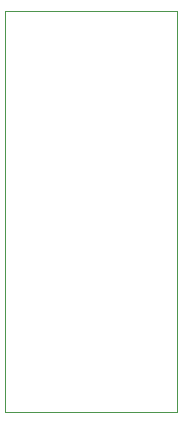
<source format=gbr>
%TF.GenerationSoftware,KiCad,Pcbnew,8.0.0-8.0.0-1~ubuntu22.04.1*%
%TF.CreationDate,2024-03-06T19:01:28-05:00*%
%TF.ProjectId,BantamOnOffSwitchGroup,42616e74-616d-44f6-9e4f-666653776974,rev?*%
%TF.SameCoordinates,Original*%
%TF.FileFunction,Profile,NP*%
%FSLAX46Y46*%
G04 Gerber Fmt 4.6, Leading zero omitted, Abs format (unit mm)*
G04 Created by KiCad (PCBNEW 8.0.0-8.0.0-1~ubuntu22.04.1) date 2024-03-06 19:01:28*
%MOMM*%
%LPD*%
G01*
G04 APERTURE LIST*
%TA.AperFunction,Profile*%
%ADD10C,0.100000*%
%TD*%
G04 APERTURE END LIST*
D10*
X139900000Y-83800000D02*
X154500000Y-83800000D01*
X154500000Y-117800000D01*
X139900000Y-117800000D01*
X139900000Y-83800000D01*
M02*

</source>
